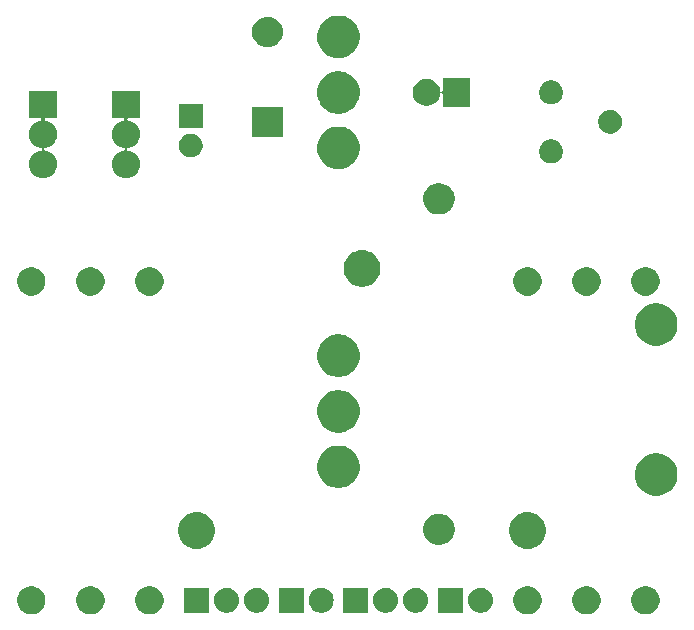
<source format=gbr>
G04 #@! TF.GenerationSoftware,KiCad,Pcbnew,(5.0.1-3-g963ef8bb5)*
G04 #@! TF.CreationDate,2019-05-01T10:43:29-06:00*
G04 #@! TF.ProjectId,NuisanceEngine,4E756973616E6365456E67696E652E6B,rev?*
G04 #@! TF.SameCoordinates,Original*
G04 #@! TF.FileFunction,Soldermask,Bot*
G04 #@! TF.FilePolarity,Negative*
%FSLAX46Y46*%
G04 Gerber Fmt 4.6, Leading zero omitted, Abs format (unit mm)*
G04 Created by KiCad (PCBNEW (5.0.1-3-g963ef8bb5)) date Wednesday, 01 May 2019 at 10:43:29*
%MOMM*%
%LPD*%
G01*
G04 APERTURE LIST*
%ADD10C,0.100000*%
G04 APERTURE END LIST*
D10*
G36*
X106350026Y-96846115D02*
X106568412Y-96936573D01*
X106764958Y-97067901D01*
X106932099Y-97235042D01*
X107063427Y-97431588D01*
X107153885Y-97649974D01*
X107200000Y-97881809D01*
X107200000Y-98118191D01*
X107153885Y-98350026D01*
X107063427Y-98568412D01*
X106932099Y-98764958D01*
X106764958Y-98932099D01*
X106568412Y-99063427D01*
X106350026Y-99153885D01*
X106118191Y-99200000D01*
X105881809Y-99200000D01*
X105649974Y-99153885D01*
X105431588Y-99063427D01*
X105235042Y-98932099D01*
X105067901Y-98764958D01*
X104936573Y-98568412D01*
X104846115Y-98350026D01*
X104800000Y-98118191D01*
X104800000Y-97881809D01*
X104846115Y-97649974D01*
X104936573Y-97431588D01*
X105067901Y-97235042D01*
X105235042Y-97067901D01*
X105431588Y-96936573D01*
X105649974Y-96846115D01*
X105881809Y-96800000D01*
X106118191Y-96800000D01*
X106350026Y-96846115D01*
X106350026Y-96846115D01*
G37*
G36*
X101350026Y-96846115D02*
X101568412Y-96936573D01*
X101764958Y-97067901D01*
X101932099Y-97235042D01*
X102063427Y-97431588D01*
X102153885Y-97649974D01*
X102200000Y-97881809D01*
X102200000Y-98118191D01*
X102153885Y-98350026D01*
X102063427Y-98568412D01*
X101932099Y-98764958D01*
X101764958Y-98932099D01*
X101568412Y-99063427D01*
X101350026Y-99153885D01*
X101118191Y-99200000D01*
X100881809Y-99200000D01*
X100649974Y-99153885D01*
X100431588Y-99063427D01*
X100235042Y-98932099D01*
X100067901Y-98764958D01*
X99936573Y-98568412D01*
X99846115Y-98350026D01*
X99800000Y-98118191D01*
X99800000Y-97881809D01*
X99846115Y-97649974D01*
X99936573Y-97431588D01*
X100067901Y-97235042D01*
X100235042Y-97067901D01*
X100431588Y-96936573D01*
X100649974Y-96846115D01*
X100881809Y-96800000D01*
X101118191Y-96800000D01*
X101350026Y-96846115D01*
X101350026Y-96846115D01*
G37*
G36*
X96350026Y-96846115D02*
X96568412Y-96936573D01*
X96764958Y-97067901D01*
X96932099Y-97235042D01*
X97063427Y-97431588D01*
X97153885Y-97649974D01*
X97200000Y-97881809D01*
X97200000Y-98118191D01*
X97153885Y-98350026D01*
X97063427Y-98568412D01*
X96932099Y-98764958D01*
X96764958Y-98932099D01*
X96568412Y-99063427D01*
X96350026Y-99153885D01*
X96118191Y-99200000D01*
X95881809Y-99200000D01*
X95649974Y-99153885D01*
X95431588Y-99063427D01*
X95235042Y-98932099D01*
X95067901Y-98764958D01*
X94936573Y-98568412D01*
X94846115Y-98350026D01*
X94800000Y-98118191D01*
X94800000Y-97881809D01*
X94846115Y-97649974D01*
X94936573Y-97431588D01*
X95067901Y-97235042D01*
X95235042Y-97067901D01*
X95431588Y-96936573D01*
X95649974Y-96846115D01*
X95881809Y-96800000D01*
X96118191Y-96800000D01*
X96350026Y-96846115D01*
X96350026Y-96846115D01*
G37*
G36*
X64350026Y-96846115D02*
X64568412Y-96936573D01*
X64764958Y-97067901D01*
X64932099Y-97235042D01*
X65063427Y-97431588D01*
X65153885Y-97649974D01*
X65200000Y-97881809D01*
X65200000Y-98118191D01*
X65153885Y-98350026D01*
X65063427Y-98568412D01*
X64932099Y-98764958D01*
X64764958Y-98932099D01*
X64568412Y-99063427D01*
X64350026Y-99153885D01*
X64118191Y-99200000D01*
X63881809Y-99200000D01*
X63649974Y-99153885D01*
X63431588Y-99063427D01*
X63235042Y-98932099D01*
X63067901Y-98764958D01*
X62936573Y-98568412D01*
X62846115Y-98350026D01*
X62800000Y-98118191D01*
X62800000Y-97881809D01*
X62846115Y-97649974D01*
X62936573Y-97431588D01*
X63067901Y-97235042D01*
X63235042Y-97067901D01*
X63431588Y-96936573D01*
X63649974Y-96846115D01*
X63881809Y-96800000D01*
X64118191Y-96800000D01*
X64350026Y-96846115D01*
X64350026Y-96846115D01*
G37*
G36*
X59350026Y-96846115D02*
X59568412Y-96936573D01*
X59764958Y-97067901D01*
X59932099Y-97235042D01*
X60063427Y-97431588D01*
X60153885Y-97649974D01*
X60200000Y-97881809D01*
X60200000Y-98118191D01*
X60153885Y-98350026D01*
X60063427Y-98568412D01*
X59932099Y-98764958D01*
X59764958Y-98932099D01*
X59568412Y-99063427D01*
X59350026Y-99153885D01*
X59118191Y-99200000D01*
X58881809Y-99200000D01*
X58649974Y-99153885D01*
X58431588Y-99063427D01*
X58235042Y-98932099D01*
X58067901Y-98764958D01*
X57936573Y-98568412D01*
X57846115Y-98350026D01*
X57800000Y-98118191D01*
X57800000Y-97881809D01*
X57846115Y-97649974D01*
X57936573Y-97431588D01*
X58067901Y-97235042D01*
X58235042Y-97067901D01*
X58431588Y-96936573D01*
X58649974Y-96846115D01*
X58881809Y-96800000D01*
X59118191Y-96800000D01*
X59350026Y-96846115D01*
X59350026Y-96846115D01*
G37*
G36*
X54350026Y-96846115D02*
X54568412Y-96936573D01*
X54764958Y-97067901D01*
X54932099Y-97235042D01*
X55063427Y-97431588D01*
X55153885Y-97649974D01*
X55200000Y-97881809D01*
X55200000Y-98118191D01*
X55153885Y-98350026D01*
X55063427Y-98568412D01*
X54932099Y-98764958D01*
X54764958Y-98932099D01*
X54568412Y-99063427D01*
X54350026Y-99153885D01*
X54118191Y-99200000D01*
X53881809Y-99200000D01*
X53649974Y-99153885D01*
X53431588Y-99063427D01*
X53235042Y-98932099D01*
X53067901Y-98764958D01*
X52936573Y-98568412D01*
X52846115Y-98350026D01*
X52800000Y-98118191D01*
X52800000Y-97881809D01*
X52846115Y-97649974D01*
X52936573Y-97431588D01*
X53067901Y-97235042D01*
X53235042Y-97067901D01*
X53431588Y-96936573D01*
X53649974Y-96846115D01*
X53881809Y-96800000D01*
X54118191Y-96800000D01*
X54350026Y-96846115D01*
X54350026Y-96846115D01*
G37*
G36*
X77050000Y-99050000D02*
X74950000Y-99050000D01*
X74950000Y-96950000D01*
X77050000Y-96950000D01*
X77050000Y-99050000D01*
X77050000Y-99050000D01*
G37*
G36*
X73208707Y-96957596D02*
X73285836Y-96965193D01*
X73417787Y-97005220D01*
X73483763Y-97025233D01*
X73666172Y-97122733D01*
X73826054Y-97253946D01*
X73957267Y-97413828D01*
X74054767Y-97596237D01*
X74054767Y-97596238D01*
X74114807Y-97794164D01*
X74135080Y-98000000D01*
X74114807Y-98205836D01*
X74074780Y-98337787D01*
X74054767Y-98403763D01*
X73957267Y-98586172D01*
X73826054Y-98746054D01*
X73666172Y-98877267D01*
X73483763Y-98974767D01*
X73417787Y-98994780D01*
X73285836Y-99034807D01*
X73208707Y-99042403D01*
X73131580Y-99050000D01*
X73028420Y-99050000D01*
X72951293Y-99042403D01*
X72874164Y-99034807D01*
X72742213Y-98994780D01*
X72676237Y-98974767D01*
X72493828Y-98877267D01*
X72333946Y-98746054D01*
X72202733Y-98586172D01*
X72105233Y-98403763D01*
X72085220Y-98337787D01*
X72045193Y-98205836D01*
X72024920Y-98000000D01*
X72045193Y-97794164D01*
X72105233Y-97596238D01*
X72105233Y-97596237D01*
X72202733Y-97413828D01*
X72333946Y-97253946D01*
X72493828Y-97122733D01*
X72676237Y-97025233D01*
X72742213Y-97005220D01*
X72874164Y-96965193D01*
X72951293Y-96957596D01*
X73028420Y-96950000D01*
X73131580Y-96950000D01*
X73208707Y-96957596D01*
X73208707Y-96957596D01*
G37*
G36*
X70668707Y-96957596D02*
X70745836Y-96965193D01*
X70877787Y-97005220D01*
X70943763Y-97025233D01*
X71126172Y-97122733D01*
X71286054Y-97253946D01*
X71417267Y-97413828D01*
X71514767Y-97596237D01*
X71514767Y-97596238D01*
X71574807Y-97794164D01*
X71595080Y-98000000D01*
X71574807Y-98205836D01*
X71534780Y-98337787D01*
X71514767Y-98403763D01*
X71417267Y-98586172D01*
X71286054Y-98746054D01*
X71126172Y-98877267D01*
X70943763Y-98974767D01*
X70877787Y-98994780D01*
X70745836Y-99034807D01*
X70668707Y-99042403D01*
X70591580Y-99050000D01*
X70488420Y-99050000D01*
X70411293Y-99042403D01*
X70334164Y-99034807D01*
X70202213Y-98994780D01*
X70136237Y-98974767D01*
X69953828Y-98877267D01*
X69793946Y-98746054D01*
X69662733Y-98586172D01*
X69565233Y-98403763D01*
X69545220Y-98337787D01*
X69505193Y-98205836D01*
X69484920Y-98000000D01*
X69505193Y-97794164D01*
X69565233Y-97596238D01*
X69565233Y-97596237D01*
X69662733Y-97413828D01*
X69793946Y-97253946D01*
X69953828Y-97122733D01*
X70136237Y-97025233D01*
X70202213Y-97005220D01*
X70334164Y-96965193D01*
X70411293Y-96957596D01*
X70488420Y-96950000D01*
X70591580Y-96950000D01*
X70668707Y-96957596D01*
X70668707Y-96957596D01*
G37*
G36*
X69050000Y-99050000D02*
X66950000Y-99050000D01*
X66950000Y-96950000D01*
X69050000Y-96950000D01*
X69050000Y-99050000D01*
X69050000Y-99050000D01*
G37*
G36*
X92168707Y-96957596D02*
X92245836Y-96965193D01*
X92377787Y-97005220D01*
X92443763Y-97025233D01*
X92626172Y-97122733D01*
X92786054Y-97253946D01*
X92917267Y-97413828D01*
X93014767Y-97596237D01*
X93014767Y-97596238D01*
X93074807Y-97794164D01*
X93095080Y-98000000D01*
X93074807Y-98205836D01*
X93034780Y-98337787D01*
X93014767Y-98403763D01*
X92917267Y-98586172D01*
X92786054Y-98746054D01*
X92626172Y-98877267D01*
X92443763Y-98974767D01*
X92377787Y-98994780D01*
X92245836Y-99034807D01*
X92168707Y-99042403D01*
X92091580Y-99050000D01*
X91988420Y-99050000D01*
X91911293Y-99042403D01*
X91834164Y-99034807D01*
X91702213Y-98994780D01*
X91636237Y-98974767D01*
X91453828Y-98877267D01*
X91293946Y-98746054D01*
X91162733Y-98586172D01*
X91065233Y-98403763D01*
X91045220Y-98337787D01*
X91005193Y-98205836D01*
X90984920Y-98000000D01*
X91005193Y-97794164D01*
X91065233Y-97596238D01*
X91065233Y-97596237D01*
X91162733Y-97413828D01*
X91293946Y-97253946D01*
X91453828Y-97122733D01*
X91636237Y-97025233D01*
X91702213Y-97005220D01*
X91834164Y-96965193D01*
X91911293Y-96957596D01*
X91988420Y-96950000D01*
X92091580Y-96950000D01*
X92168707Y-96957596D01*
X92168707Y-96957596D01*
G37*
G36*
X90550000Y-99050000D02*
X88450000Y-99050000D01*
X88450000Y-96950000D01*
X90550000Y-96950000D01*
X90550000Y-99050000D01*
X90550000Y-99050000D01*
G37*
G36*
X86668707Y-96957596D02*
X86745836Y-96965193D01*
X86877787Y-97005220D01*
X86943763Y-97025233D01*
X87126172Y-97122733D01*
X87286054Y-97253946D01*
X87417267Y-97413828D01*
X87514767Y-97596237D01*
X87514767Y-97596238D01*
X87574807Y-97794164D01*
X87595080Y-98000000D01*
X87574807Y-98205836D01*
X87534780Y-98337787D01*
X87514767Y-98403763D01*
X87417267Y-98586172D01*
X87286054Y-98746054D01*
X87126172Y-98877267D01*
X86943763Y-98974767D01*
X86877787Y-98994780D01*
X86745836Y-99034807D01*
X86668707Y-99042403D01*
X86591580Y-99050000D01*
X86488420Y-99050000D01*
X86411293Y-99042403D01*
X86334164Y-99034807D01*
X86202213Y-98994780D01*
X86136237Y-98974767D01*
X85953828Y-98877267D01*
X85793946Y-98746054D01*
X85662733Y-98586172D01*
X85565233Y-98403763D01*
X85545220Y-98337787D01*
X85505193Y-98205836D01*
X85484920Y-98000000D01*
X85505193Y-97794164D01*
X85565233Y-97596238D01*
X85565233Y-97596237D01*
X85662733Y-97413828D01*
X85793946Y-97253946D01*
X85953828Y-97122733D01*
X86136237Y-97025233D01*
X86202213Y-97005220D01*
X86334164Y-96965193D01*
X86411293Y-96957596D01*
X86488420Y-96950000D01*
X86591580Y-96950000D01*
X86668707Y-96957596D01*
X86668707Y-96957596D01*
G37*
G36*
X84128707Y-96957596D02*
X84205836Y-96965193D01*
X84337787Y-97005220D01*
X84403763Y-97025233D01*
X84586172Y-97122733D01*
X84746054Y-97253946D01*
X84877267Y-97413828D01*
X84974767Y-97596237D01*
X84974767Y-97596238D01*
X85034807Y-97794164D01*
X85055080Y-98000000D01*
X85034807Y-98205836D01*
X84994780Y-98337787D01*
X84974767Y-98403763D01*
X84877267Y-98586172D01*
X84746054Y-98746054D01*
X84586172Y-98877267D01*
X84403763Y-98974767D01*
X84337787Y-98994780D01*
X84205836Y-99034807D01*
X84128707Y-99042403D01*
X84051580Y-99050000D01*
X83948420Y-99050000D01*
X83871293Y-99042403D01*
X83794164Y-99034807D01*
X83662213Y-98994780D01*
X83596237Y-98974767D01*
X83413828Y-98877267D01*
X83253946Y-98746054D01*
X83122733Y-98586172D01*
X83025233Y-98403763D01*
X83005220Y-98337787D01*
X82965193Y-98205836D01*
X82944920Y-98000000D01*
X82965193Y-97794164D01*
X83025233Y-97596238D01*
X83025233Y-97596237D01*
X83122733Y-97413828D01*
X83253946Y-97253946D01*
X83413828Y-97122733D01*
X83596237Y-97025233D01*
X83662213Y-97005220D01*
X83794164Y-96965193D01*
X83871293Y-96957596D01*
X83948420Y-96950000D01*
X84051580Y-96950000D01*
X84128707Y-96957596D01*
X84128707Y-96957596D01*
G37*
G36*
X82510000Y-99050000D02*
X80410000Y-99050000D01*
X80410000Y-96950000D01*
X82510000Y-96950000D01*
X82510000Y-99050000D01*
X82510000Y-99050000D01*
G37*
G36*
X78668707Y-96957596D02*
X78745836Y-96965193D01*
X78877787Y-97005220D01*
X78943763Y-97025233D01*
X79126172Y-97122733D01*
X79286054Y-97253946D01*
X79417267Y-97413828D01*
X79514767Y-97596237D01*
X79514767Y-97596238D01*
X79574807Y-97794164D01*
X79595080Y-98000000D01*
X79574807Y-98205836D01*
X79534780Y-98337787D01*
X79514767Y-98403763D01*
X79417267Y-98586172D01*
X79286054Y-98746054D01*
X79126172Y-98877267D01*
X78943763Y-98974767D01*
X78877787Y-98994780D01*
X78745836Y-99034807D01*
X78668707Y-99042403D01*
X78591580Y-99050000D01*
X78488420Y-99050000D01*
X78411293Y-99042403D01*
X78334164Y-99034807D01*
X78202213Y-98994780D01*
X78136237Y-98974767D01*
X77953828Y-98877267D01*
X77793946Y-98746054D01*
X77662733Y-98586172D01*
X77565233Y-98403763D01*
X77545220Y-98337787D01*
X77505193Y-98205836D01*
X77484920Y-98000000D01*
X77505193Y-97794164D01*
X77565233Y-97596238D01*
X77565233Y-97596237D01*
X77662733Y-97413828D01*
X77793946Y-97253946D01*
X77953828Y-97122733D01*
X78136237Y-97025233D01*
X78202213Y-97005220D01*
X78334164Y-96965193D01*
X78411293Y-96957596D01*
X78488420Y-96950000D01*
X78591580Y-96950000D01*
X78668707Y-96957596D01*
X78668707Y-96957596D01*
G37*
G36*
X96252481Y-90569855D02*
X96452118Y-90609565D01*
X96640173Y-90687460D01*
X96734201Y-90726408D01*
X96988071Y-90896038D01*
X97203962Y-91111929D01*
X97373592Y-91365799D01*
X97373592Y-91365800D01*
X97490435Y-91647882D01*
X97550000Y-91947338D01*
X97550000Y-92252662D01*
X97490435Y-92552118D01*
X97412540Y-92740173D01*
X97373592Y-92834201D01*
X97203962Y-93088071D01*
X96988071Y-93303962D01*
X96734201Y-93473592D01*
X96640173Y-93512540D01*
X96452118Y-93590435D01*
X96252481Y-93630145D01*
X96152663Y-93650000D01*
X95847337Y-93650000D01*
X95747519Y-93630145D01*
X95547882Y-93590435D01*
X95359827Y-93512540D01*
X95265799Y-93473592D01*
X95011929Y-93303962D01*
X94796038Y-93088071D01*
X94626408Y-92834201D01*
X94587460Y-92740173D01*
X94509565Y-92552118D01*
X94450000Y-92252662D01*
X94450000Y-91947338D01*
X94509565Y-91647882D01*
X94626408Y-91365800D01*
X94626408Y-91365799D01*
X94796038Y-91111929D01*
X95011929Y-90896038D01*
X95265799Y-90726408D01*
X95359827Y-90687460D01*
X95547882Y-90609565D01*
X95747519Y-90569855D01*
X95847337Y-90550000D01*
X96152663Y-90550000D01*
X96252481Y-90569855D01*
X96252481Y-90569855D01*
G37*
G36*
X68252481Y-90569855D02*
X68452118Y-90609565D01*
X68640173Y-90687460D01*
X68734201Y-90726408D01*
X68988071Y-90896038D01*
X69203962Y-91111929D01*
X69373592Y-91365799D01*
X69373592Y-91365800D01*
X69490435Y-91647882D01*
X69550000Y-91947338D01*
X69550000Y-92252662D01*
X69490435Y-92552118D01*
X69412540Y-92740173D01*
X69373592Y-92834201D01*
X69203962Y-93088071D01*
X68988071Y-93303962D01*
X68734201Y-93473592D01*
X68640173Y-93512540D01*
X68452118Y-93590435D01*
X68252481Y-93630145D01*
X68152663Y-93650000D01*
X67847337Y-93650000D01*
X67747519Y-93630145D01*
X67547882Y-93590435D01*
X67359827Y-93512540D01*
X67265799Y-93473592D01*
X67011929Y-93303962D01*
X66796038Y-93088071D01*
X66626408Y-92834201D01*
X66587460Y-92740173D01*
X66509565Y-92552118D01*
X66450000Y-92252662D01*
X66450000Y-91947338D01*
X66509565Y-91647882D01*
X66626408Y-91365800D01*
X66626408Y-91365799D01*
X66796038Y-91111929D01*
X67011929Y-90896038D01*
X67265799Y-90726408D01*
X67359827Y-90687460D01*
X67547882Y-90609565D01*
X67747519Y-90569855D01*
X67847337Y-90550000D01*
X68152663Y-90550000D01*
X68252481Y-90569855D01*
X68252481Y-90569855D01*
G37*
G36*
X88888236Y-90720149D02*
X88943112Y-90742879D01*
X89130465Y-90820483D01*
X89130466Y-90820484D01*
X89348466Y-90966147D01*
X89533853Y-91151534D01*
X89533855Y-91151537D01*
X89679517Y-91369535D01*
X89757121Y-91556888D01*
X89779851Y-91611764D01*
X89831000Y-91868907D01*
X89831000Y-92131093D01*
X89779851Y-92388236D01*
X89779850Y-92388238D01*
X89679517Y-92630465D01*
X89679516Y-92630466D01*
X89533853Y-92848466D01*
X89348466Y-93033853D01*
X89348463Y-93033855D01*
X89130465Y-93179517D01*
X88943112Y-93257121D01*
X88888236Y-93279851D01*
X88631093Y-93331000D01*
X88368907Y-93331000D01*
X88111764Y-93279851D01*
X88056888Y-93257121D01*
X87869535Y-93179517D01*
X87651537Y-93033855D01*
X87651534Y-93033853D01*
X87466147Y-92848466D01*
X87320484Y-92630466D01*
X87320483Y-92630465D01*
X87220150Y-92388238D01*
X87220149Y-92388236D01*
X87169000Y-92131093D01*
X87169000Y-91868907D01*
X87220149Y-91611764D01*
X87242879Y-91556888D01*
X87320483Y-91369535D01*
X87466145Y-91151537D01*
X87466147Y-91151534D01*
X87651534Y-90966147D01*
X87869534Y-90820484D01*
X87869535Y-90820483D01*
X88056888Y-90742879D01*
X88111764Y-90720149D01*
X88368907Y-90669000D01*
X88631093Y-90669000D01*
X88888236Y-90720149D01*
X88888236Y-90720149D01*
G37*
G36*
X107309122Y-85596115D02*
X107425041Y-85619173D01*
X107752620Y-85754861D01*
X107891084Y-85847380D01*
X108047436Y-85951851D01*
X108298149Y-86202564D01*
X108495140Y-86497382D01*
X108630827Y-86824960D01*
X108700000Y-87172714D01*
X108700000Y-87527286D01*
X108653885Y-87759122D01*
X108630827Y-87875041D01*
X108495139Y-88202620D01*
X108433319Y-88295140D01*
X108298149Y-88497436D01*
X108047436Y-88748149D01*
X108047433Y-88748151D01*
X107752620Y-88945139D01*
X107425041Y-89080827D01*
X107309122Y-89103885D01*
X107077286Y-89150000D01*
X106722714Y-89150000D01*
X106490878Y-89103885D01*
X106374959Y-89080827D01*
X106047380Y-88945139D01*
X105752567Y-88748151D01*
X105752564Y-88748149D01*
X105501851Y-88497436D01*
X105366681Y-88295140D01*
X105304861Y-88202620D01*
X105169173Y-87875041D01*
X105146115Y-87759122D01*
X105100000Y-87527286D01*
X105100000Y-87172714D01*
X105169173Y-86824960D01*
X105304860Y-86497382D01*
X105501851Y-86202564D01*
X105752564Y-85951851D01*
X105908916Y-85847380D01*
X106047380Y-85754861D01*
X106374959Y-85619173D01*
X106490878Y-85596115D01*
X106722714Y-85550000D01*
X107077286Y-85550000D01*
X107309122Y-85596115D01*
X107309122Y-85596115D01*
G37*
G36*
X80409122Y-84946115D02*
X80525041Y-84969173D01*
X80852620Y-85104861D01*
X81143511Y-85299228D01*
X81147436Y-85301851D01*
X81398149Y-85552564D01*
X81398151Y-85552567D01*
X81595139Y-85847380D01*
X81730827Y-86174959D01*
X81753885Y-86290878D01*
X81800000Y-86522714D01*
X81800000Y-86877286D01*
X81730827Y-87225040D01*
X81595140Y-87552618D01*
X81398149Y-87847436D01*
X81147436Y-88098149D01*
X81147433Y-88098151D01*
X80852620Y-88295139D01*
X80525041Y-88430827D01*
X80409122Y-88453885D01*
X80177286Y-88500000D01*
X79822714Y-88500000D01*
X79590878Y-88453885D01*
X79474959Y-88430827D01*
X79147380Y-88295139D01*
X78852567Y-88098151D01*
X78852564Y-88098149D01*
X78601851Y-87847436D01*
X78404860Y-87552618D01*
X78269173Y-87225040D01*
X78200000Y-86877286D01*
X78200000Y-86522714D01*
X78246115Y-86290878D01*
X78269173Y-86174959D01*
X78404861Y-85847380D01*
X78601849Y-85552567D01*
X78601851Y-85552564D01*
X78852564Y-85301851D01*
X78856489Y-85299228D01*
X79147380Y-85104861D01*
X79474959Y-84969173D01*
X79590878Y-84946115D01*
X79822714Y-84900000D01*
X80177286Y-84900000D01*
X80409122Y-84946115D01*
X80409122Y-84946115D01*
G37*
G36*
X80409122Y-80246115D02*
X80525041Y-80269173D01*
X80852620Y-80404861D01*
X81143511Y-80599228D01*
X81147436Y-80601851D01*
X81398149Y-80852564D01*
X81595140Y-81147382D01*
X81730827Y-81474960D01*
X81800000Y-81822714D01*
X81800000Y-82177286D01*
X81730827Y-82525040D01*
X81595140Y-82852618D01*
X81398149Y-83147436D01*
X81147436Y-83398149D01*
X81147433Y-83398151D01*
X80852620Y-83595139D01*
X80525041Y-83730827D01*
X80409122Y-83753885D01*
X80177286Y-83800000D01*
X79822714Y-83800000D01*
X79590878Y-83753885D01*
X79474959Y-83730827D01*
X79147380Y-83595139D01*
X78852567Y-83398151D01*
X78852564Y-83398149D01*
X78601851Y-83147436D01*
X78404860Y-82852618D01*
X78269173Y-82525040D01*
X78200000Y-82177286D01*
X78200000Y-81822714D01*
X78269173Y-81474960D01*
X78404860Y-81147382D01*
X78601851Y-80852564D01*
X78852564Y-80601851D01*
X78856489Y-80599228D01*
X79147380Y-80404861D01*
X79474959Y-80269173D01*
X79590878Y-80246115D01*
X79822714Y-80200000D01*
X80177286Y-80200000D01*
X80409122Y-80246115D01*
X80409122Y-80246115D01*
G37*
G36*
X80409122Y-75546115D02*
X80525041Y-75569173D01*
X80852620Y-75704861D01*
X80991168Y-75797436D01*
X81147436Y-75901851D01*
X81398149Y-76152564D01*
X81398151Y-76152567D01*
X81550670Y-76380827D01*
X81595140Y-76447382D01*
X81730827Y-76774960D01*
X81800000Y-77122714D01*
X81800000Y-77477286D01*
X81730827Y-77825040D01*
X81595140Y-78152618D01*
X81398149Y-78447436D01*
X81147436Y-78698149D01*
X81147433Y-78698151D01*
X80852620Y-78895139D01*
X80525041Y-79030827D01*
X80409122Y-79053885D01*
X80177286Y-79100000D01*
X79822714Y-79100000D01*
X79590878Y-79053885D01*
X79474959Y-79030827D01*
X79147380Y-78895139D01*
X78852567Y-78698151D01*
X78852564Y-78698149D01*
X78601851Y-78447436D01*
X78404860Y-78152618D01*
X78269173Y-77825040D01*
X78200000Y-77477286D01*
X78200000Y-77122714D01*
X78269173Y-76774960D01*
X78404860Y-76447382D01*
X78449331Y-76380827D01*
X78601849Y-76152567D01*
X78601851Y-76152564D01*
X78852564Y-75901851D01*
X79008832Y-75797436D01*
X79147380Y-75704861D01*
X79474959Y-75569173D01*
X79590878Y-75546115D01*
X79822714Y-75500000D01*
X80177286Y-75500000D01*
X80409122Y-75546115D01*
X80409122Y-75546115D01*
G37*
G36*
X107309122Y-72896115D02*
X107425041Y-72919173D01*
X107752620Y-73054861D01*
X108043511Y-73249228D01*
X108047436Y-73251851D01*
X108298149Y-73502564D01*
X108298151Y-73502567D01*
X108495139Y-73797380D01*
X108630827Y-74124959D01*
X108700000Y-74472716D01*
X108700000Y-74827284D01*
X108630827Y-75175041D01*
X108495139Y-75502620D01*
X108360006Y-75704860D01*
X108298149Y-75797436D01*
X108047436Y-76048149D01*
X108047433Y-76048151D01*
X107752620Y-76245139D01*
X107425041Y-76380827D01*
X107309122Y-76403885D01*
X107077286Y-76450000D01*
X106722714Y-76450000D01*
X106490878Y-76403885D01*
X106374959Y-76380827D01*
X106047380Y-76245139D01*
X105752567Y-76048151D01*
X105752564Y-76048149D01*
X105501851Y-75797436D01*
X105439994Y-75704860D01*
X105304861Y-75502620D01*
X105169173Y-75175041D01*
X105100000Y-74827284D01*
X105100000Y-74472716D01*
X105169173Y-74124959D01*
X105304861Y-73797380D01*
X105501849Y-73502567D01*
X105501851Y-73502564D01*
X105752564Y-73251851D01*
X105756489Y-73249228D01*
X106047380Y-73054861D01*
X106374959Y-72919173D01*
X106490878Y-72896115D01*
X106722714Y-72850000D01*
X107077286Y-72850000D01*
X107309122Y-72896115D01*
X107309122Y-72896115D01*
G37*
G36*
X106350026Y-69846115D02*
X106568412Y-69936573D01*
X106764958Y-70067901D01*
X106932099Y-70235042D01*
X107063427Y-70431588D01*
X107153885Y-70649974D01*
X107200000Y-70881809D01*
X107200000Y-71118191D01*
X107153885Y-71350026D01*
X107063427Y-71568412D01*
X106932099Y-71764958D01*
X106764958Y-71932099D01*
X106568412Y-72063427D01*
X106350026Y-72153885D01*
X106118191Y-72200000D01*
X105881809Y-72200000D01*
X105649974Y-72153885D01*
X105431588Y-72063427D01*
X105235042Y-71932099D01*
X105067901Y-71764958D01*
X104936573Y-71568412D01*
X104846115Y-71350026D01*
X104800000Y-71118191D01*
X104800000Y-70881809D01*
X104846115Y-70649974D01*
X104936573Y-70431588D01*
X105067901Y-70235042D01*
X105235042Y-70067901D01*
X105431588Y-69936573D01*
X105649974Y-69846115D01*
X105881809Y-69800000D01*
X106118191Y-69800000D01*
X106350026Y-69846115D01*
X106350026Y-69846115D01*
G37*
G36*
X101350026Y-69846115D02*
X101568412Y-69936573D01*
X101764958Y-70067901D01*
X101932099Y-70235042D01*
X102063427Y-70431588D01*
X102153885Y-70649974D01*
X102200000Y-70881809D01*
X102200000Y-71118191D01*
X102153885Y-71350026D01*
X102063427Y-71568412D01*
X101932099Y-71764958D01*
X101764958Y-71932099D01*
X101568412Y-72063427D01*
X101350026Y-72153885D01*
X101118191Y-72200000D01*
X100881809Y-72200000D01*
X100649974Y-72153885D01*
X100431588Y-72063427D01*
X100235042Y-71932099D01*
X100067901Y-71764958D01*
X99936573Y-71568412D01*
X99846115Y-71350026D01*
X99800000Y-71118191D01*
X99800000Y-70881809D01*
X99846115Y-70649974D01*
X99936573Y-70431588D01*
X100067901Y-70235042D01*
X100235042Y-70067901D01*
X100431588Y-69936573D01*
X100649974Y-69846115D01*
X100881809Y-69800000D01*
X101118191Y-69800000D01*
X101350026Y-69846115D01*
X101350026Y-69846115D01*
G37*
G36*
X96350026Y-69846115D02*
X96568412Y-69936573D01*
X96764958Y-70067901D01*
X96932099Y-70235042D01*
X97063427Y-70431588D01*
X97153885Y-70649974D01*
X97200000Y-70881809D01*
X97200000Y-71118191D01*
X97153885Y-71350026D01*
X97063427Y-71568412D01*
X96932099Y-71764958D01*
X96764958Y-71932099D01*
X96568412Y-72063427D01*
X96350026Y-72153885D01*
X96118191Y-72200000D01*
X95881809Y-72200000D01*
X95649974Y-72153885D01*
X95431588Y-72063427D01*
X95235042Y-71932099D01*
X95067901Y-71764958D01*
X94936573Y-71568412D01*
X94846115Y-71350026D01*
X94800000Y-71118191D01*
X94800000Y-70881809D01*
X94846115Y-70649974D01*
X94936573Y-70431588D01*
X95067901Y-70235042D01*
X95235042Y-70067901D01*
X95431588Y-69936573D01*
X95649974Y-69846115D01*
X95881809Y-69800000D01*
X96118191Y-69800000D01*
X96350026Y-69846115D01*
X96350026Y-69846115D01*
G37*
G36*
X64350026Y-69846115D02*
X64568412Y-69936573D01*
X64764958Y-70067901D01*
X64932099Y-70235042D01*
X65063427Y-70431588D01*
X65153885Y-70649974D01*
X65200000Y-70881809D01*
X65200000Y-71118191D01*
X65153885Y-71350026D01*
X65063427Y-71568412D01*
X64932099Y-71764958D01*
X64764958Y-71932099D01*
X64568412Y-72063427D01*
X64350026Y-72153885D01*
X64118191Y-72200000D01*
X63881809Y-72200000D01*
X63649974Y-72153885D01*
X63431588Y-72063427D01*
X63235042Y-71932099D01*
X63067901Y-71764958D01*
X62936573Y-71568412D01*
X62846115Y-71350026D01*
X62800000Y-71118191D01*
X62800000Y-70881809D01*
X62846115Y-70649974D01*
X62936573Y-70431588D01*
X63067901Y-70235042D01*
X63235042Y-70067901D01*
X63431588Y-69936573D01*
X63649974Y-69846115D01*
X63881809Y-69800000D01*
X64118191Y-69800000D01*
X64350026Y-69846115D01*
X64350026Y-69846115D01*
G37*
G36*
X59350026Y-69846115D02*
X59568412Y-69936573D01*
X59764958Y-70067901D01*
X59932099Y-70235042D01*
X60063427Y-70431588D01*
X60153885Y-70649974D01*
X60200000Y-70881809D01*
X60200000Y-71118191D01*
X60153885Y-71350026D01*
X60063427Y-71568412D01*
X59932099Y-71764958D01*
X59764958Y-71932099D01*
X59568412Y-72063427D01*
X59350026Y-72153885D01*
X59118191Y-72200000D01*
X58881809Y-72200000D01*
X58649974Y-72153885D01*
X58431588Y-72063427D01*
X58235042Y-71932099D01*
X58067901Y-71764958D01*
X57936573Y-71568412D01*
X57846115Y-71350026D01*
X57800000Y-71118191D01*
X57800000Y-70881809D01*
X57846115Y-70649974D01*
X57936573Y-70431588D01*
X58067901Y-70235042D01*
X58235042Y-70067901D01*
X58431588Y-69936573D01*
X58649974Y-69846115D01*
X58881809Y-69800000D01*
X59118191Y-69800000D01*
X59350026Y-69846115D01*
X59350026Y-69846115D01*
G37*
G36*
X54350026Y-69846115D02*
X54568412Y-69936573D01*
X54764958Y-70067901D01*
X54932099Y-70235042D01*
X55063427Y-70431588D01*
X55153885Y-70649974D01*
X55200000Y-70881809D01*
X55200000Y-71118191D01*
X55153885Y-71350026D01*
X55063427Y-71568412D01*
X54932099Y-71764958D01*
X54764958Y-71932099D01*
X54568412Y-72063427D01*
X54350026Y-72153885D01*
X54118191Y-72200000D01*
X53881809Y-72200000D01*
X53649974Y-72153885D01*
X53431588Y-72063427D01*
X53235042Y-71932099D01*
X53067901Y-71764958D01*
X52936573Y-71568412D01*
X52846115Y-71350026D01*
X52800000Y-71118191D01*
X52800000Y-70881809D01*
X52846115Y-70649974D01*
X52936573Y-70431588D01*
X53067901Y-70235042D01*
X53235042Y-70067901D01*
X53431588Y-69936573D01*
X53649974Y-69846115D01*
X53881809Y-69800000D01*
X54118191Y-69800000D01*
X54350026Y-69846115D01*
X54350026Y-69846115D01*
G37*
G36*
X82252481Y-68369855D02*
X82452118Y-68409565D01*
X82640173Y-68487460D01*
X82734201Y-68526408D01*
X82988071Y-68696038D01*
X83203962Y-68911929D01*
X83373592Y-69165799D01*
X83373592Y-69165800D01*
X83490435Y-69447882D01*
X83550000Y-69747338D01*
X83550000Y-70052662D01*
X83490435Y-70352118D01*
X83457517Y-70431588D01*
X83373592Y-70634201D01*
X83203962Y-70888071D01*
X82988071Y-71103962D01*
X82734201Y-71273592D01*
X82640173Y-71312540D01*
X82452118Y-71390435D01*
X82252481Y-71430145D01*
X82152663Y-71450000D01*
X81847337Y-71450000D01*
X81747519Y-71430145D01*
X81547882Y-71390435D01*
X81359827Y-71312540D01*
X81265799Y-71273592D01*
X81011929Y-71103962D01*
X80796038Y-70888071D01*
X80626408Y-70634201D01*
X80542483Y-70431588D01*
X80509565Y-70352118D01*
X80450000Y-70052662D01*
X80450000Y-69747338D01*
X80509565Y-69447882D01*
X80626408Y-69165800D01*
X80626408Y-69165799D01*
X80796038Y-68911929D01*
X81011929Y-68696038D01*
X81265799Y-68526408D01*
X81359827Y-68487460D01*
X81547882Y-68409565D01*
X81747519Y-68369855D01*
X81847337Y-68350000D01*
X82152663Y-68350000D01*
X82252481Y-68369855D01*
X82252481Y-68369855D01*
G37*
G36*
X88888236Y-62720149D02*
X88888239Y-62720150D01*
X88888238Y-62720150D01*
X89130465Y-62820483D01*
X89130466Y-62820484D01*
X89348466Y-62966147D01*
X89533853Y-63151534D01*
X89533855Y-63151537D01*
X89679517Y-63369535D01*
X89757121Y-63556888D01*
X89779851Y-63611764D01*
X89831000Y-63868907D01*
X89831000Y-64131093D01*
X89779851Y-64388236D01*
X89779850Y-64388238D01*
X89679517Y-64630465D01*
X89679516Y-64630466D01*
X89533853Y-64848466D01*
X89348466Y-65033853D01*
X89348463Y-65033855D01*
X89130465Y-65179517D01*
X88943112Y-65257121D01*
X88888236Y-65279851D01*
X88631093Y-65331000D01*
X88368907Y-65331000D01*
X88111764Y-65279851D01*
X88056888Y-65257121D01*
X87869535Y-65179517D01*
X87651537Y-65033855D01*
X87651534Y-65033853D01*
X87466147Y-64848466D01*
X87320484Y-64630466D01*
X87320483Y-64630465D01*
X87220150Y-64388238D01*
X87220149Y-64388236D01*
X87169000Y-64131093D01*
X87169000Y-63868907D01*
X87220149Y-63611764D01*
X87242879Y-63556888D01*
X87320483Y-63369535D01*
X87466145Y-63151537D01*
X87466147Y-63151534D01*
X87651534Y-62966147D01*
X87869534Y-62820484D01*
X87869535Y-62820483D01*
X88111762Y-62720150D01*
X88111761Y-62720150D01*
X88111764Y-62720149D01*
X88368907Y-62669000D01*
X88631093Y-62669000D01*
X88888236Y-62720149D01*
X88888236Y-62720149D01*
G37*
G36*
X56200000Y-57152500D02*
X55262551Y-57152500D01*
X55238165Y-57154902D01*
X55214716Y-57162015D01*
X55193105Y-57173566D01*
X55174163Y-57189112D01*
X55158617Y-57208054D01*
X55147066Y-57229665D01*
X55139953Y-57253114D01*
X55137551Y-57277500D01*
X55139953Y-57301886D01*
X55147066Y-57325335D01*
X55158617Y-57346946D01*
X55174163Y-57365888D01*
X55193105Y-57381434D01*
X55214716Y-57392985D01*
X55250298Y-57401898D01*
X55273429Y-57404176D01*
X55382052Y-57437126D01*
X55490677Y-57470077D01*
X55690895Y-57577096D01*
X55866384Y-57721116D01*
X56010404Y-57896605D01*
X56117423Y-58096823D01*
X56117423Y-58096824D01*
X56183324Y-58314071D01*
X56205576Y-58540000D01*
X56183324Y-58765929D01*
X56154019Y-58862534D01*
X56117423Y-58983177D01*
X56010404Y-59183395D01*
X55866384Y-59358884D01*
X55690895Y-59502904D01*
X55490677Y-59609923D01*
X55382053Y-59642873D01*
X55273429Y-59675824D01*
X55185451Y-59684489D01*
X55174151Y-59685602D01*
X55150117Y-59690383D01*
X55127478Y-59699760D01*
X55107104Y-59713374D01*
X55089777Y-59730701D01*
X55076163Y-59751076D01*
X55066785Y-59773715D01*
X55062005Y-59797748D01*
X55062005Y-59822252D01*
X55066786Y-59846286D01*
X55076163Y-59868925D01*
X55089777Y-59889299D01*
X55107104Y-59906626D01*
X55127479Y-59920240D01*
X55150118Y-59929618D01*
X55174151Y-59934398D01*
X55273429Y-59944176D01*
X55370674Y-59973675D01*
X55490677Y-60010077D01*
X55690895Y-60117096D01*
X55866384Y-60261116D01*
X56010404Y-60436605D01*
X56117423Y-60636823D01*
X56183324Y-60854072D01*
X56205576Y-61080000D01*
X56183324Y-61305928D01*
X56117423Y-61523177D01*
X56010404Y-61723395D01*
X55866384Y-61898884D01*
X55690895Y-62042904D01*
X55490677Y-62149923D01*
X55382052Y-62182874D01*
X55273429Y-62215824D01*
X55216991Y-62221383D01*
X55104116Y-62232500D01*
X54895884Y-62232500D01*
X54783009Y-62221383D01*
X54726571Y-62215824D01*
X54617948Y-62182874D01*
X54509323Y-62149923D01*
X54309105Y-62042904D01*
X54133616Y-61898884D01*
X53989596Y-61723395D01*
X53882577Y-61523177D01*
X53816676Y-61305928D01*
X53794424Y-61080000D01*
X53816676Y-60854072D01*
X53882577Y-60636823D01*
X53989596Y-60436605D01*
X54133616Y-60261116D01*
X54309105Y-60117096D01*
X54509323Y-60010077D01*
X54629326Y-59973675D01*
X54726571Y-59944176D01*
X54825849Y-59934398D01*
X54849883Y-59929617D01*
X54872522Y-59920240D01*
X54892896Y-59906626D01*
X54910223Y-59889299D01*
X54923837Y-59868924D01*
X54933215Y-59846285D01*
X54937995Y-59822252D01*
X54937995Y-59797748D01*
X54933214Y-59773714D01*
X54923837Y-59751075D01*
X54910223Y-59730701D01*
X54892896Y-59713374D01*
X54872521Y-59699760D01*
X54849882Y-59690382D01*
X54825849Y-59685602D01*
X54814549Y-59684489D01*
X54726571Y-59675824D01*
X54617947Y-59642873D01*
X54509323Y-59609923D01*
X54309105Y-59502904D01*
X54133616Y-59358884D01*
X53989596Y-59183395D01*
X53882577Y-58983177D01*
X53845981Y-58862534D01*
X53816676Y-58765929D01*
X53794424Y-58540000D01*
X53816676Y-58314071D01*
X53882577Y-58096824D01*
X53882577Y-58096823D01*
X53989596Y-57896605D01*
X54133616Y-57721116D01*
X54309105Y-57577096D01*
X54509323Y-57470077D01*
X54617948Y-57437126D01*
X54726571Y-57404176D01*
X54749702Y-57401898D01*
X54773735Y-57397117D01*
X54796374Y-57387740D01*
X54816748Y-57374126D01*
X54834075Y-57356799D01*
X54847689Y-57336424D01*
X54857067Y-57313785D01*
X54861847Y-57289752D01*
X54861847Y-57265248D01*
X54857066Y-57241214D01*
X54847689Y-57218575D01*
X54834075Y-57198201D01*
X54816748Y-57180874D01*
X54796373Y-57167260D01*
X54773734Y-57157882D01*
X54737449Y-57152500D01*
X53800000Y-57152500D01*
X53800000Y-54847500D01*
X56200000Y-54847500D01*
X56200000Y-57152500D01*
X56200000Y-57152500D01*
G37*
G36*
X63200000Y-57152500D02*
X62262551Y-57152500D01*
X62238165Y-57154902D01*
X62214716Y-57162015D01*
X62193105Y-57173566D01*
X62174163Y-57189112D01*
X62158617Y-57208054D01*
X62147066Y-57229665D01*
X62139953Y-57253114D01*
X62137551Y-57277500D01*
X62139953Y-57301886D01*
X62147066Y-57325335D01*
X62158617Y-57346946D01*
X62174163Y-57365888D01*
X62193105Y-57381434D01*
X62214716Y-57392985D01*
X62250298Y-57401898D01*
X62273429Y-57404176D01*
X62382052Y-57437126D01*
X62490677Y-57470077D01*
X62690895Y-57577096D01*
X62866384Y-57721116D01*
X63010404Y-57896605D01*
X63117423Y-58096823D01*
X63117423Y-58096824D01*
X63183324Y-58314071D01*
X63205576Y-58540000D01*
X63183324Y-58765929D01*
X63154019Y-58862534D01*
X63117423Y-58983177D01*
X63010404Y-59183395D01*
X62866384Y-59358884D01*
X62690895Y-59502904D01*
X62490677Y-59609923D01*
X62382053Y-59642873D01*
X62273429Y-59675824D01*
X62185451Y-59684489D01*
X62174151Y-59685602D01*
X62150117Y-59690383D01*
X62127478Y-59699760D01*
X62107104Y-59713374D01*
X62089777Y-59730701D01*
X62076163Y-59751076D01*
X62066785Y-59773715D01*
X62062005Y-59797748D01*
X62062005Y-59822252D01*
X62066786Y-59846286D01*
X62076163Y-59868925D01*
X62089777Y-59889299D01*
X62107104Y-59906626D01*
X62127479Y-59920240D01*
X62150118Y-59929618D01*
X62174151Y-59934398D01*
X62273429Y-59944176D01*
X62370674Y-59973675D01*
X62490677Y-60010077D01*
X62690895Y-60117096D01*
X62866384Y-60261116D01*
X63010404Y-60436605D01*
X63117423Y-60636823D01*
X63183324Y-60854072D01*
X63205576Y-61080000D01*
X63183324Y-61305928D01*
X63117423Y-61523177D01*
X63010404Y-61723395D01*
X62866384Y-61898884D01*
X62690895Y-62042904D01*
X62490677Y-62149923D01*
X62382052Y-62182874D01*
X62273429Y-62215824D01*
X62216991Y-62221383D01*
X62104116Y-62232500D01*
X61895884Y-62232500D01*
X61783009Y-62221383D01*
X61726571Y-62215824D01*
X61617948Y-62182874D01*
X61509323Y-62149923D01*
X61309105Y-62042904D01*
X61133616Y-61898884D01*
X60989596Y-61723395D01*
X60882577Y-61523177D01*
X60816676Y-61305928D01*
X60794424Y-61080000D01*
X60816676Y-60854072D01*
X60882577Y-60636823D01*
X60989596Y-60436605D01*
X61133616Y-60261116D01*
X61309105Y-60117096D01*
X61509323Y-60010077D01*
X61629326Y-59973675D01*
X61726571Y-59944176D01*
X61825849Y-59934398D01*
X61849883Y-59929617D01*
X61872522Y-59920240D01*
X61892896Y-59906626D01*
X61910223Y-59889299D01*
X61923837Y-59868924D01*
X61933215Y-59846285D01*
X61937995Y-59822252D01*
X61937995Y-59797748D01*
X61933214Y-59773714D01*
X61923837Y-59751075D01*
X61910223Y-59730701D01*
X61892896Y-59713374D01*
X61872521Y-59699760D01*
X61849882Y-59690382D01*
X61825849Y-59685602D01*
X61814549Y-59684489D01*
X61726571Y-59675824D01*
X61617947Y-59642873D01*
X61509323Y-59609923D01*
X61309105Y-59502904D01*
X61133616Y-59358884D01*
X60989596Y-59183395D01*
X60882577Y-58983177D01*
X60845981Y-58862534D01*
X60816676Y-58765929D01*
X60794424Y-58540000D01*
X60816676Y-58314071D01*
X60882577Y-58096824D01*
X60882577Y-58096823D01*
X60989596Y-57896605D01*
X61133616Y-57721116D01*
X61309105Y-57577096D01*
X61509323Y-57470077D01*
X61617948Y-57437126D01*
X61726571Y-57404176D01*
X61749702Y-57401898D01*
X61773735Y-57397117D01*
X61796374Y-57387740D01*
X61816748Y-57374126D01*
X61834075Y-57356799D01*
X61847689Y-57336424D01*
X61857067Y-57313785D01*
X61861847Y-57289752D01*
X61861847Y-57265248D01*
X61857066Y-57241214D01*
X61847689Y-57218575D01*
X61834075Y-57198201D01*
X61816748Y-57180874D01*
X61796373Y-57167260D01*
X61773734Y-57157882D01*
X61737449Y-57152500D01*
X60800000Y-57152500D01*
X60800000Y-54847500D01*
X63200000Y-54847500D01*
X63200000Y-57152500D01*
X63200000Y-57152500D01*
G37*
G36*
X80409122Y-57946115D02*
X80525041Y-57969173D01*
X80852620Y-58104861D01*
X80910956Y-58143840D01*
X81147436Y-58301851D01*
X81398149Y-58552564D01*
X81398151Y-58552567D01*
X81595139Y-58847380D01*
X81730827Y-59174959D01*
X81738888Y-59215484D01*
X81800000Y-59522714D01*
X81800000Y-59877286D01*
X81780827Y-59973675D01*
X81730827Y-60225041D01*
X81595139Y-60552620D01*
X81400772Y-60843511D01*
X81398149Y-60847436D01*
X81147436Y-61098149D01*
X81147433Y-61098151D01*
X80852620Y-61295139D01*
X80525041Y-61430827D01*
X80409122Y-61453885D01*
X80177286Y-61500000D01*
X79822714Y-61500000D01*
X79590878Y-61453885D01*
X79474959Y-61430827D01*
X79147380Y-61295139D01*
X78852567Y-61098151D01*
X78852564Y-61098149D01*
X78601851Y-60847436D01*
X78599228Y-60843511D01*
X78404861Y-60552620D01*
X78269173Y-60225041D01*
X78219173Y-59973675D01*
X78200000Y-59877286D01*
X78200000Y-59522714D01*
X78261112Y-59215484D01*
X78269173Y-59174959D01*
X78404861Y-58847380D01*
X78601849Y-58552567D01*
X78601851Y-58552564D01*
X78852564Y-58301851D01*
X79089044Y-58143840D01*
X79147380Y-58104861D01*
X79474959Y-57969173D01*
X79590878Y-57946115D01*
X79822714Y-57900000D01*
X80177286Y-57900000D01*
X80409122Y-57946115D01*
X80409122Y-57946115D01*
G37*
G36*
X98294603Y-59028813D02*
X98294605Y-59028814D01*
X98294606Y-59028814D01*
X98362503Y-59056938D01*
X98478415Y-59104950D01*
X98643840Y-59215484D01*
X98784516Y-59356160D01*
X98895050Y-59521585D01*
X98971187Y-59705397D01*
X99010000Y-59900522D01*
X99010000Y-60099478D01*
X98971187Y-60294603D01*
X98895050Y-60478415D01*
X98784516Y-60643840D01*
X98643840Y-60784516D01*
X98478415Y-60895050D01*
X98362503Y-60943062D01*
X98294606Y-60971186D01*
X98294605Y-60971186D01*
X98294603Y-60971187D01*
X98099478Y-61010000D01*
X97900522Y-61010000D01*
X97705397Y-60971187D01*
X97705395Y-60971186D01*
X97705394Y-60971186D01*
X97637497Y-60943062D01*
X97521585Y-60895050D01*
X97356160Y-60784516D01*
X97215484Y-60643840D01*
X97104950Y-60478415D01*
X97028813Y-60294603D01*
X96990000Y-60099478D01*
X96990000Y-59900522D01*
X97028813Y-59705397D01*
X97104950Y-59521585D01*
X97215484Y-59356160D01*
X97356160Y-59215484D01*
X97521585Y-59104950D01*
X97637497Y-59056938D01*
X97705394Y-59028814D01*
X97705395Y-59028814D01*
X97705397Y-59028813D01*
X97900522Y-58990000D01*
X98099478Y-58990000D01*
X98294603Y-59028813D01*
X98294603Y-59028813D01*
G37*
G36*
X67675770Y-58515372D02*
X67791689Y-58538429D01*
X67973678Y-58613811D01*
X68137463Y-58723249D01*
X68276751Y-58862537D01*
X68386189Y-59026322D01*
X68461571Y-59208311D01*
X68484628Y-59324230D01*
X68491522Y-59358884D01*
X68500000Y-59401509D01*
X68500000Y-59598491D01*
X68461571Y-59791689D01*
X68386189Y-59973678D01*
X68276751Y-60137463D01*
X68137463Y-60276751D01*
X67973678Y-60386189D01*
X67791689Y-60461571D01*
X67707012Y-60478414D01*
X67598493Y-60500000D01*
X67401507Y-60500000D01*
X67292988Y-60478414D01*
X67208311Y-60461571D01*
X67026322Y-60386189D01*
X66862537Y-60276751D01*
X66723249Y-60137463D01*
X66613811Y-59973678D01*
X66538429Y-59791689D01*
X66500000Y-59598491D01*
X66500000Y-59401509D01*
X66508479Y-59358884D01*
X66515372Y-59324230D01*
X66538429Y-59208311D01*
X66613811Y-59026322D01*
X66723249Y-58862537D01*
X66862537Y-58723249D01*
X67026322Y-58613811D01*
X67208311Y-58538429D01*
X67324230Y-58515372D01*
X67401507Y-58500000D01*
X67598493Y-58500000D01*
X67675770Y-58515372D01*
X67675770Y-58515372D01*
G37*
G36*
X75300000Y-58800000D02*
X72700000Y-58800000D01*
X72700000Y-56200000D01*
X75300000Y-56200000D01*
X75300000Y-58800000D01*
X75300000Y-58800000D01*
G37*
G36*
X103294603Y-56528813D02*
X103294605Y-56528814D01*
X103294606Y-56528814D01*
X103362503Y-56556938D01*
X103478415Y-56604950D01*
X103643840Y-56715484D01*
X103784516Y-56856160D01*
X103895050Y-57021585D01*
X103895050Y-57021586D01*
X103968207Y-57198201D01*
X103971187Y-57205397D01*
X104010000Y-57400522D01*
X104010000Y-57599478D01*
X103971187Y-57794603D01*
X103895050Y-57978415D01*
X103784516Y-58143840D01*
X103643840Y-58284516D01*
X103478415Y-58395050D01*
X103362503Y-58443062D01*
X103294606Y-58471186D01*
X103294605Y-58471186D01*
X103294603Y-58471187D01*
X103099478Y-58510000D01*
X102900522Y-58510000D01*
X102705397Y-58471187D01*
X102705395Y-58471186D01*
X102705394Y-58471186D01*
X102637497Y-58443062D01*
X102521585Y-58395050D01*
X102356160Y-58284516D01*
X102215484Y-58143840D01*
X102104950Y-57978415D01*
X102028813Y-57794603D01*
X101990000Y-57599478D01*
X101990000Y-57400522D01*
X102028813Y-57205397D01*
X102031794Y-57198201D01*
X102104950Y-57021586D01*
X102104950Y-57021585D01*
X102215484Y-56856160D01*
X102356160Y-56715484D01*
X102521585Y-56604950D01*
X102637497Y-56556938D01*
X102705394Y-56528814D01*
X102705395Y-56528814D01*
X102705397Y-56528813D01*
X102900522Y-56490000D01*
X103099478Y-56490000D01*
X103294603Y-56528813D01*
X103294603Y-56528813D01*
G37*
G36*
X68500000Y-58000000D02*
X66500000Y-58000000D01*
X66500000Y-56000000D01*
X68500000Y-56000000D01*
X68500000Y-58000000D01*
X68500000Y-58000000D01*
G37*
G36*
X80409122Y-53246115D02*
X80525041Y-53269173D01*
X80852620Y-53404861D01*
X81143511Y-53599228D01*
X81147436Y-53601851D01*
X81398149Y-53852564D01*
X81398151Y-53852567D01*
X81595139Y-54147380D01*
X81730827Y-54474959D01*
X81800000Y-54822716D01*
X81800000Y-55177284D01*
X81730827Y-55525041D01*
X81595139Y-55852620D01*
X81515915Y-55971187D01*
X81398149Y-56147436D01*
X81147436Y-56398149D01*
X81147433Y-56398151D01*
X80852620Y-56595139D01*
X80852619Y-56595140D01*
X80852618Y-56595140D01*
X80756674Y-56634881D01*
X80525041Y-56730827D01*
X80409122Y-56753885D01*
X80177286Y-56800000D01*
X79822714Y-56800000D01*
X79590878Y-56753885D01*
X79474959Y-56730827D01*
X79243326Y-56634881D01*
X79147382Y-56595140D01*
X79147381Y-56595140D01*
X79147380Y-56595139D01*
X78852567Y-56398151D01*
X78852564Y-56398149D01*
X78601851Y-56147436D01*
X78484085Y-55971187D01*
X78404861Y-55852620D01*
X78269173Y-55525041D01*
X78200000Y-55177284D01*
X78200000Y-54822716D01*
X78269173Y-54474959D01*
X78404861Y-54147380D01*
X78601849Y-53852567D01*
X78601851Y-53852564D01*
X78852564Y-53601851D01*
X78856489Y-53599228D01*
X79147380Y-53404861D01*
X79474959Y-53269173D01*
X79590878Y-53246115D01*
X79822714Y-53200000D01*
X80177286Y-53200000D01*
X80409122Y-53246115D01*
X80409122Y-53246115D01*
G37*
G36*
X91150000Y-56200000D02*
X88850000Y-56200000D01*
X88850000Y-55175850D01*
X88847598Y-55151464D01*
X88840485Y-55128015D01*
X88828934Y-55106404D01*
X88813388Y-55087462D01*
X88794446Y-55071916D01*
X88772835Y-55060365D01*
X88749386Y-55053252D01*
X88725000Y-55050850D01*
X88700614Y-55053252D01*
X88677165Y-55060365D01*
X88655554Y-55071916D01*
X88636612Y-55087462D01*
X88621066Y-55106404D01*
X88609515Y-55128015D01*
X88602402Y-55151463D01*
X88565806Y-55335443D01*
X88479117Y-55544728D01*
X88353261Y-55733085D01*
X88193085Y-55893261D01*
X88004728Y-56019117D01*
X87795443Y-56105806D01*
X87573266Y-56150000D01*
X87346734Y-56150000D01*
X87124557Y-56105806D01*
X86915272Y-56019117D01*
X86726915Y-55893261D01*
X86566739Y-55733085D01*
X86440883Y-55544728D01*
X86354194Y-55335443D01*
X86310000Y-55113266D01*
X86310000Y-54886734D01*
X86354194Y-54664557D01*
X86440883Y-54455272D01*
X86566739Y-54266915D01*
X86726915Y-54106739D01*
X86915272Y-53980883D01*
X87124557Y-53894194D01*
X87346734Y-53850000D01*
X87573266Y-53850000D01*
X87795443Y-53894194D01*
X88004728Y-53980883D01*
X88193085Y-54106739D01*
X88353261Y-54266915D01*
X88479117Y-54455272D01*
X88565806Y-54664557D01*
X88602402Y-54848537D01*
X88609515Y-54871986D01*
X88621066Y-54893597D01*
X88636612Y-54912539D01*
X88655554Y-54928084D01*
X88677165Y-54939635D01*
X88700614Y-54946748D01*
X88725000Y-54949150D01*
X88749387Y-54946748D01*
X88772836Y-54939635D01*
X88794447Y-54928084D01*
X88813389Y-54912538D01*
X88828934Y-54893596D01*
X88840485Y-54871985D01*
X88847598Y-54848536D01*
X88850000Y-54824150D01*
X88850000Y-53800000D01*
X91150000Y-53800000D01*
X91150000Y-56200000D01*
X91150000Y-56200000D01*
G37*
G36*
X98294603Y-54028813D02*
X98294605Y-54028814D01*
X98294606Y-54028814D01*
X98362503Y-54056938D01*
X98478415Y-54104950D01*
X98643840Y-54215484D01*
X98784516Y-54356160D01*
X98895050Y-54521585D01*
X98971187Y-54705397D01*
X99010000Y-54900522D01*
X99010000Y-55099478D01*
X98971187Y-55294603D01*
X98895050Y-55478415D01*
X98784516Y-55643840D01*
X98643840Y-55784516D01*
X98478415Y-55895050D01*
X98362503Y-55943062D01*
X98294606Y-55971186D01*
X98294605Y-55971186D01*
X98294603Y-55971187D01*
X98099478Y-56010000D01*
X97900522Y-56010000D01*
X97705397Y-55971187D01*
X97705395Y-55971186D01*
X97705394Y-55971186D01*
X97637497Y-55943062D01*
X97521585Y-55895050D01*
X97356160Y-55784516D01*
X97215484Y-55643840D01*
X97104950Y-55478415D01*
X97028813Y-55294603D01*
X96990000Y-55099478D01*
X96990000Y-54900522D01*
X97028813Y-54705397D01*
X97104950Y-54521585D01*
X97215484Y-54356160D01*
X97356160Y-54215484D01*
X97521585Y-54104950D01*
X97637497Y-54056938D01*
X97705394Y-54028814D01*
X97705395Y-54028814D01*
X97705397Y-54028813D01*
X97900522Y-53990000D01*
X98099478Y-53990000D01*
X98294603Y-54028813D01*
X98294603Y-54028813D01*
G37*
G36*
X80409122Y-48546115D02*
X80525041Y-48569173D01*
X80852620Y-48704861D01*
X80985816Y-48793860D01*
X81147436Y-48901851D01*
X81398149Y-49152564D01*
X81398151Y-49152567D01*
X81550187Y-49380104D01*
X81595140Y-49447382D01*
X81730827Y-49774960D01*
X81800000Y-50122714D01*
X81800000Y-50477286D01*
X81774449Y-50605737D01*
X81730827Y-50825041D01*
X81595139Y-51152620D01*
X81576844Y-51180000D01*
X81398149Y-51447436D01*
X81147436Y-51698149D01*
X81147433Y-51698151D01*
X80852620Y-51895139D01*
X80525041Y-52030827D01*
X80409122Y-52053885D01*
X80177286Y-52100000D01*
X79822714Y-52100000D01*
X79590878Y-52053885D01*
X79474959Y-52030827D01*
X79147380Y-51895139D01*
X78852567Y-51698151D01*
X78852564Y-51698149D01*
X78601851Y-51447436D01*
X78423156Y-51180000D01*
X78404861Y-51152620D01*
X78269173Y-50825041D01*
X78225551Y-50605737D01*
X78200000Y-50477286D01*
X78200000Y-50122714D01*
X78269173Y-49774960D01*
X78404860Y-49447382D01*
X78449814Y-49380104D01*
X78601849Y-49152567D01*
X78601851Y-49152564D01*
X78852564Y-48901851D01*
X79014184Y-48793860D01*
X79147380Y-48704861D01*
X79474959Y-48569173D01*
X79590878Y-48546115D01*
X79822714Y-48500000D01*
X80177286Y-48500000D01*
X80409122Y-48546115D01*
X80409122Y-48546115D01*
G37*
G36*
X74254845Y-48598810D02*
X74499896Y-48673145D01*
X74725736Y-48793860D01*
X74923687Y-48956313D01*
X75086140Y-49154264D01*
X75206855Y-49380104D01*
X75281190Y-49625155D01*
X75306290Y-49880000D01*
X75281190Y-50134845D01*
X75206855Y-50379896D01*
X75086140Y-50605736D01*
X74923687Y-50803687D01*
X74725736Y-50966140D01*
X74499896Y-51086855D01*
X74254845Y-51161190D01*
X74063864Y-51180000D01*
X73936136Y-51180000D01*
X73745155Y-51161190D01*
X73500104Y-51086855D01*
X73274264Y-50966140D01*
X73076313Y-50803687D01*
X72913860Y-50605736D01*
X72793145Y-50379896D01*
X72718810Y-50134845D01*
X72693710Y-49880000D01*
X72718810Y-49625155D01*
X72793145Y-49380104D01*
X72913860Y-49154264D01*
X73076313Y-48956313D01*
X73274264Y-48793860D01*
X73500104Y-48673145D01*
X73745155Y-48598810D01*
X73936136Y-48580000D01*
X74063864Y-48580000D01*
X74254845Y-48598810D01*
X74254845Y-48598810D01*
G37*
M02*

</source>
